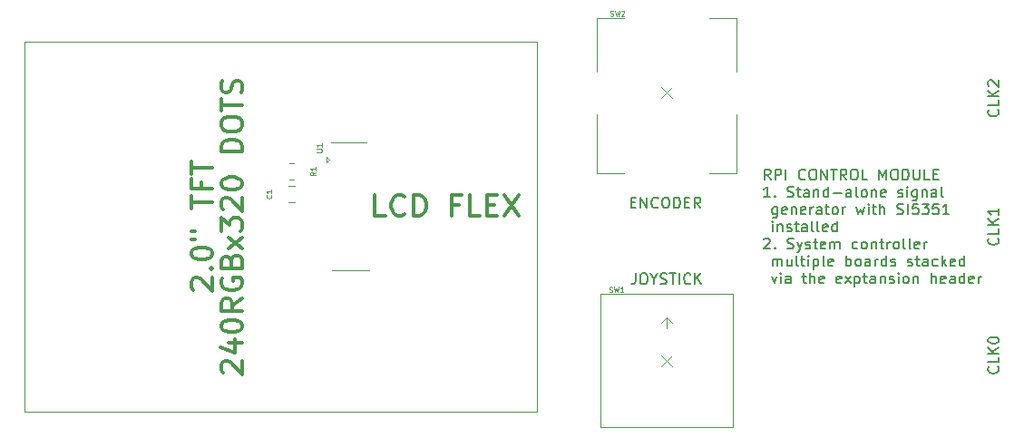
<source format=gbr>
%TF.GenerationSoftware,KiCad,Pcbnew,6.0.2+dfsg-1*%
%TF.CreationDate,2024-02-19T13:24:51+02:00*%
%TF.ProjectId,rpi_pico_si5351,7270695f-7069-4636-9f5f-736935333531,rev?*%
%TF.SameCoordinates,Original*%
%TF.FileFunction,Legend,Top*%
%TF.FilePolarity,Positive*%
%FSLAX46Y46*%
G04 Gerber Fmt 4.6, Leading zero omitted, Abs format (unit mm)*
G04 Created by KiCad (PCBNEW 6.0.2+dfsg-1) date 2024-02-19 13:24:51*
%MOMM*%
%LPD*%
G01*
G04 APERTURE LIST*
%ADD10C,0.150000*%
%ADD11C,0.100000*%
%ADD12C,0.300000*%
%ADD13C,0.120000*%
G04 APERTURE END LIST*
D10*
X124907142Y-51071428D02*
X124954761Y-51119047D01*
X125002380Y-51261904D01*
X125002380Y-51357142D01*
X124954761Y-51500000D01*
X124859523Y-51595238D01*
X124764285Y-51642857D01*
X124573809Y-51690476D01*
X124430952Y-51690476D01*
X124240476Y-51642857D01*
X124145238Y-51595238D01*
X124050000Y-51500000D01*
X124002380Y-51357142D01*
X124002380Y-51261904D01*
X124050000Y-51119047D01*
X124097619Y-51071428D01*
X125002380Y-50166666D02*
X125002380Y-50642857D01*
X124002380Y-50642857D01*
X125002380Y-49833333D02*
X124002380Y-49833333D01*
X125002380Y-49261904D02*
X124430952Y-49690476D01*
X124002380Y-49261904D02*
X124573809Y-49833333D01*
X125002380Y-48309523D02*
X125002380Y-48880952D01*
X125002380Y-48595238D02*
X124002380Y-48595238D01*
X124145238Y-48690476D01*
X124240476Y-48785714D01*
X124288095Y-48880952D01*
X91095238Y-54352380D02*
X91095238Y-55066666D01*
X91047619Y-55209523D01*
X90952380Y-55304761D01*
X90809523Y-55352380D01*
X90714285Y-55352380D01*
X91761904Y-54352380D02*
X91952380Y-54352380D01*
X92047619Y-54400000D01*
X92142857Y-54495238D01*
X92190476Y-54685714D01*
X92190476Y-55019047D01*
X92142857Y-55209523D01*
X92047619Y-55304761D01*
X91952380Y-55352380D01*
X91761904Y-55352380D01*
X91666666Y-55304761D01*
X91571428Y-55209523D01*
X91523809Y-55019047D01*
X91523809Y-54685714D01*
X91571428Y-54495238D01*
X91666666Y-54400000D01*
X91761904Y-54352380D01*
X92809523Y-54876190D02*
X92809523Y-55352380D01*
X92476190Y-54352380D02*
X92809523Y-54876190D01*
X93142857Y-54352380D01*
X93428571Y-55304761D02*
X93571428Y-55352380D01*
X93809523Y-55352380D01*
X93904761Y-55304761D01*
X93952380Y-55257142D01*
X94000000Y-55161904D01*
X94000000Y-55066666D01*
X93952380Y-54971428D01*
X93904761Y-54923809D01*
X93809523Y-54876190D01*
X93619047Y-54828571D01*
X93523809Y-54780952D01*
X93476190Y-54733333D01*
X93428571Y-54638095D01*
X93428571Y-54542857D01*
X93476190Y-54447619D01*
X93523809Y-54400000D01*
X93619047Y-54352380D01*
X93857142Y-54352380D01*
X94000000Y-54400000D01*
X94285714Y-54352380D02*
X94857142Y-54352380D01*
X94571428Y-55352380D02*
X94571428Y-54352380D01*
X95190476Y-55352380D02*
X95190476Y-54352380D01*
X96238095Y-55257142D02*
X96190476Y-55304761D01*
X96047619Y-55352380D01*
X95952380Y-55352380D01*
X95809523Y-55304761D01*
X95714285Y-55209523D01*
X95666666Y-55114285D01*
X95619047Y-54923809D01*
X95619047Y-54780952D01*
X95666666Y-54590476D01*
X95714285Y-54495238D01*
X95809523Y-54400000D01*
X95952380Y-54352380D01*
X96047619Y-54352380D01*
X96190476Y-54400000D01*
X96238095Y-54447619D01*
X96666666Y-55352380D02*
X96666666Y-54352380D01*
X97238095Y-55352380D02*
X96809523Y-54780952D01*
X97238095Y-54352380D02*
X96666666Y-54923809D01*
X90685714Y-47728571D02*
X91019047Y-47728571D01*
X91161904Y-48252380D02*
X90685714Y-48252380D01*
X90685714Y-47252380D01*
X91161904Y-47252380D01*
X91590476Y-48252380D02*
X91590476Y-47252380D01*
X92161904Y-48252380D01*
X92161904Y-47252380D01*
X93209523Y-48157142D02*
X93161904Y-48204761D01*
X93019047Y-48252380D01*
X92923809Y-48252380D01*
X92780952Y-48204761D01*
X92685714Y-48109523D01*
X92638095Y-48014285D01*
X92590476Y-47823809D01*
X92590476Y-47680952D01*
X92638095Y-47490476D01*
X92685714Y-47395238D01*
X92780952Y-47300000D01*
X92923809Y-47252380D01*
X93019047Y-47252380D01*
X93161904Y-47300000D01*
X93209523Y-47347619D01*
X93828571Y-47252380D02*
X94019047Y-47252380D01*
X94114285Y-47300000D01*
X94209523Y-47395238D01*
X94257142Y-47585714D01*
X94257142Y-47919047D01*
X94209523Y-48109523D01*
X94114285Y-48204761D01*
X94019047Y-48252380D01*
X93828571Y-48252380D01*
X93733333Y-48204761D01*
X93638095Y-48109523D01*
X93590476Y-47919047D01*
X93590476Y-47585714D01*
X93638095Y-47395238D01*
X93733333Y-47300000D01*
X93828571Y-47252380D01*
X94685714Y-48252380D02*
X94685714Y-47252380D01*
X94923809Y-47252380D01*
X95066666Y-47300000D01*
X95161904Y-47395238D01*
X95209523Y-47490476D01*
X95257142Y-47680952D01*
X95257142Y-47823809D01*
X95209523Y-48014285D01*
X95161904Y-48109523D01*
X95066666Y-48204761D01*
X94923809Y-48252380D01*
X94685714Y-48252380D01*
X95685714Y-47728571D02*
X96019047Y-47728571D01*
X96161904Y-48252380D02*
X95685714Y-48252380D01*
X95685714Y-47252380D01*
X96161904Y-47252380D01*
X97161904Y-48252380D02*
X96828571Y-47776190D01*
X96590476Y-48252380D02*
X96590476Y-47252380D01*
X96971428Y-47252380D01*
X97066666Y-47300000D01*
X97114285Y-47347619D01*
X97161904Y-47442857D01*
X97161904Y-47585714D01*
X97114285Y-47680952D01*
X97066666Y-47728571D01*
X96971428Y-47776190D01*
X96590476Y-47776190D01*
X103707023Y-45622380D02*
X103373690Y-45146190D01*
X103135595Y-45622380D02*
X103135595Y-44622380D01*
X103516547Y-44622380D01*
X103611785Y-44670000D01*
X103659404Y-44717619D01*
X103707023Y-44812857D01*
X103707023Y-44955714D01*
X103659404Y-45050952D01*
X103611785Y-45098571D01*
X103516547Y-45146190D01*
X103135595Y-45146190D01*
X104135595Y-45622380D02*
X104135595Y-44622380D01*
X104516547Y-44622380D01*
X104611785Y-44670000D01*
X104659404Y-44717619D01*
X104707023Y-44812857D01*
X104707023Y-44955714D01*
X104659404Y-45050952D01*
X104611785Y-45098571D01*
X104516547Y-45146190D01*
X104135595Y-45146190D01*
X105135595Y-45622380D02*
X105135595Y-44622380D01*
X106945119Y-45527142D02*
X106897500Y-45574761D01*
X106754642Y-45622380D01*
X106659404Y-45622380D01*
X106516547Y-45574761D01*
X106421309Y-45479523D01*
X106373690Y-45384285D01*
X106326071Y-45193809D01*
X106326071Y-45050952D01*
X106373690Y-44860476D01*
X106421309Y-44765238D01*
X106516547Y-44670000D01*
X106659404Y-44622380D01*
X106754642Y-44622380D01*
X106897500Y-44670000D01*
X106945119Y-44717619D01*
X107564166Y-44622380D02*
X107754642Y-44622380D01*
X107849880Y-44670000D01*
X107945119Y-44765238D01*
X107992738Y-44955714D01*
X107992738Y-45289047D01*
X107945119Y-45479523D01*
X107849880Y-45574761D01*
X107754642Y-45622380D01*
X107564166Y-45622380D01*
X107468928Y-45574761D01*
X107373690Y-45479523D01*
X107326071Y-45289047D01*
X107326071Y-44955714D01*
X107373690Y-44765238D01*
X107468928Y-44670000D01*
X107564166Y-44622380D01*
X108421309Y-45622380D02*
X108421309Y-44622380D01*
X108992738Y-45622380D01*
X108992738Y-44622380D01*
X109326071Y-44622380D02*
X109897500Y-44622380D01*
X109611785Y-45622380D02*
X109611785Y-44622380D01*
X110802261Y-45622380D02*
X110468928Y-45146190D01*
X110230833Y-45622380D02*
X110230833Y-44622380D01*
X110611785Y-44622380D01*
X110707023Y-44670000D01*
X110754642Y-44717619D01*
X110802261Y-44812857D01*
X110802261Y-44955714D01*
X110754642Y-45050952D01*
X110707023Y-45098571D01*
X110611785Y-45146190D01*
X110230833Y-45146190D01*
X111421309Y-44622380D02*
X111611785Y-44622380D01*
X111707023Y-44670000D01*
X111802261Y-44765238D01*
X111849880Y-44955714D01*
X111849880Y-45289047D01*
X111802261Y-45479523D01*
X111707023Y-45574761D01*
X111611785Y-45622380D01*
X111421309Y-45622380D01*
X111326071Y-45574761D01*
X111230833Y-45479523D01*
X111183214Y-45289047D01*
X111183214Y-44955714D01*
X111230833Y-44765238D01*
X111326071Y-44670000D01*
X111421309Y-44622380D01*
X112754642Y-45622380D02*
X112278452Y-45622380D01*
X112278452Y-44622380D01*
X113849880Y-45622380D02*
X113849880Y-44622380D01*
X114183214Y-45336666D01*
X114516547Y-44622380D01*
X114516547Y-45622380D01*
X115183214Y-44622380D02*
X115373690Y-44622380D01*
X115468928Y-44670000D01*
X115564166Y-44765238D01*
X115611785Y-44955714D01*
X115611785Y-45289047D01*
X115564166Y-45479523D01*
X115468928Y-45574761D01*
X115373690Y-45622380D01*
X115183214Y-45622380D01*
X115087976Y-45574761D01*
X114992738Y-45479523D01*
X114945119Y-45289047D01*
X114945119Y-44955714D01*
X114992738Y-44765238D01*
X115087976Y-44670000D01*
X115183214Y-44622380D01*
X116040357Y-45622380D02*
X116040357Y-44622380D01*
X116278452Y-44622380D01*
X116421309Y-44670000D01*
X116516547Y-44765238D01*
X116564166Y-44860476D01*
X116611785Y-45050952D01*
X116611785Y-45193809D01*
X116564166Y-45384285D01*
X116516547Y-45479523D01*
X116421309Y-45574761D01*
X116278452Y-45622380D01*
X116040357Y-45622380D01*
X117040357Y-44622380D02*
X117040357Y-45431904D01*
X117087976Y-45527142D01*
X117135595Y-45574761D01*
X117230833Y-45622380D01*
X117421309Y-45622380D01*
X117516547Y-45574761D01*
X117564166Y-45527142D01*
X117611785Y-45431904D01*
X117611785Y-44622380D01*
X118564166Y-45622380D02*
X118087976Y-45622380D01*
X118087976Y-44622380D01*
X118897500Y-45098571D02*
X119230833Y-45098571D01*
X119373690Y-45622380D02*
X118897500Y-45622380D01*
X118897500Y-44622380D01*
X119373690Y-44622380D01*
X103659404Y-47232380D02*
X103087976Y-47232380D01*
X103373690Y-47232380D02*
X103373690Y-46232380D01*
X103278452Y-46375238D01*
X103183214Y-46470476D01*
X103087976Y-46518095D01*
X104087976Y-47137142D02*
X104135595Y-47184761D01*
X104087976Y-47232380D01*
X104040357Y-47184761D01*
X104087976Y-47137142D01*
X104087976Y-47232380D01*
X105278452Y-47184761D02*
X105421309Y-47232380D01*
X105659404Y-47232380D01*
X105754642Y-47184761D01*
X105802261Y-47137142D01*
X105849880Y-47041904D01*
X105849880Y-46946666D01*
X105802261Y-46851428D01*
X105754642Y-46803809D01*
X105659404Y-46756190D01*
X105468928Y-46708571D01*
X105373690Y-46660952D01*
X105326071Y-46613333D01*
X105278452Y-46518095D01*
X105278452Y-46422857D01*
X105326071Y-46327619D01*
X105373690Y-46280000D01*
X105468928Y-46232380D01*
X105707023Y-46232380D01*
X105849880Y-46280000D01*
X106135595Y-46565714D02*
X106516547Y-46565714D01*
X106278452Y-46232380D02*
X106278452Y-47089523D01*
X106326071Y-47184761D01*
X106421309Y-47232380D01*
X106516547Y-47232380D01*
X107278452Y-47232380D02*
X107278452Y-46708571D01*
X107230833Y-46613333D01*
X107135595Y-46565714D01*
X106945119Y-46565714D01*
X106849880Y-46613333D01*
X107278452Y-47184761D02*
X107183214Y-47232380D01*
X106945119Y-47232380D01*
X106849880Y-47184761D01*
X106802261Y-47089523D01*
X106802261Y-46994285D01*
X106849880Y-46899047D01*
X106945119Y-46851428D01*
X107183214Y-46851428D01*
X107278452Y-46803809D01*
X107754642Y-46565714D02*
X107754642Y-47232380D01*
X107754642Y-46660952D02*
X107802261Y-46613333D01*
X107897500Y-46565714D01*
X108040357Y-46565714D01*
X108135595Y-46613333D01*
X108183214Y-46708571D01*
X108183214Y-47232380D01*
X109087976Y-47232380D02*
X109087976Y-46232380D01*
X109087976Y-47184761D02*
X108992738Y-47232380D01*
X108802261Y-47232380D01*
X108707023Y-47184761D01*
X108659404Y-47137142D01*
X108611785Y-47041904D01*
X108611785Y-46756190D01*
X108659404Y-46660952D01*
X108707023Y-46613333D01*
X108802261Y-46565714D01*
X108992738Y-46565714D01*
X109087976Y-46613333D01*
X109564166Y-46851428D02*
X110326071Y-46851428D01*
X111230833Y-47232380D02*
X111230833Y-46708571D01*
X111183214Y-46613333D01*
X111087976Y-46565714D01*
X110897500Y-46565714D01*
X110802261Y-46613333D01*
X111230833Y-47184761D02*
X111135595Y-47232380D01*
X110897500Y-47232380D01*
X110802261Y-47184761D01*
X110754642Y-47089523D01*
X110754642Y-46994285D01*
X110802261Y-46899047D01*
X110897500Y-46851428D01*
X111135595Y-46851428D01*
X111230833Y-46803809D01*
X111849880Y-47232380D02*
X111754642Y-47184761D01*
X111707023Y-47089523D01*
X111707023Y-46232380D01*
X112373690Y-47232380D02*
X112278452Y-47184761D01*
X112230833Y-47137142D01*
X112183214Y-47041904D01*
X112183214Y-46756190D01*
X112230833Y-46660952D01*
X112278452Y-46613333D01*
X112373690Y-46565714D01*
X112516547Y-46565714D01*
X112611785Y-46613333D01*
X112659404Y-46660952D01*
X112707023Y-46756190D01*
X112707023Y-47041904D01*
X112659404Y-47137142D01*
X112611785Y-47184761D01*
X112516547Y-47232380D01*
X112373690Y-47232380D01*
X113135595Y-46565714D02*
X113135595Y-47232380D01*
X113135595Y-46660952D02*
X113183214Y-46613333D01*
X113278452Y-46565714D01*
X113421309Y-46565714D01*
X113516547Y-46613333D01*
X113564166Y-46708571D01*
X113564166Y-47232380D01*
X114421309Y-47184761D02*
X114326071Y-47232380D01*
X114135595Y-47232380D01*
X114040357Y-47184761D01*
X113992738Y-47089523D01*
X113992738Y-46708571D01*
X114040357Y-46613333D01*
X114135595Y-46565714D01*
X114326071Y-46565714D01*
X114421309Y-46613333D01*
X114468928Y-46708571D01*
X114468928Y-46803809D01*
X113992738Y-46899047D01*
X115611785Y-47184761D02*
X115707023Y-47232380D01*
X115897500Y-47232380D01*
X115992738Y-47184761D01*
X116040357Y-47089523D01*
X116040357Y-47041904D01*
X115992738Y-46946666D01*
X115897500Y-46899047D01*
X115754642Y-46899047D01*
X115659404Y-46851428D01*
X115611785Y-46756190D01*
X115611785Y-46708571D01*
X115659404Y-46613333D01*
X115754642Y-46565714D01*
X115897500Y-46565714D01*
X115992738Y-46613333D01*
X116468928Y-47232380D02*
X116468928Y-46565714D01*
X116468928Y-46232380D02*
X116421309Y-46280000D01*
X116468928Y-46327619D01*
X116516547Y-46280000D01*
X116468928Y-46232380D01*
X116468928Y-46327619D01*
X117373690Y-46565714D02*
X117373690Y-47375238D01*
X117326071Y-47470476D01*
X117278452Y-47518095D01*
X117183214Y-47565714D01*
X117040357Y-47565714D01*
X116945119Y-47518095D01*
X117373690Y-47184761D02*
X117278452Y-47232380D01*
X117087976Y-47232380D01*
X116992738Y-47184761D01*
X116945119Y-47137142D01*
X116897500Y-47041904D01*
X116897500Y-46756190D01*
X116945119Y-46660952D01*
X116992738Y-46613333D01*
X117087976Y-46565714D01*
X117278452Y-46565714D01*
X117373690Y-46613333D01*
X117849880Y-46565714D02*
X117849880Y-47232380D01*
X117849880Y-46660952D02*
X117897500Y-46613333D01*
X117992738Y-46565714D01*
X118135595Y-46565714D01*
X118230833Y-46613333D01*
X118278452Y-46708571D01*
X118278452Y-47232380D01*
X119183214Y-47232380D02*
X119183214Y-46708571D01*
X119135595Y-46613333D01*
X119040357Y-46565714D01*
X118849880Y-46565714D01*
X118754642Y-46613333D01*
X119183214Y-47184761D02*
X119087976Y-47232380D01*
X118849880Y-47232380D01*
X118754642Y-47184761D01*
X118707023Y-47089523D01*
X118707023Y-46994285D01*
X118754642Y-46899047D01*
X118849880Y-46851428D01*
X119087976Y-46851428D01*
X119183214Y-46803809D01*
X119802261Y-47232380D02*
X119707023Y-47184761D01*
X119659404Y-47089523D01*
X119659404Y-46232380D01*
X104326071Y-48175714D02*
X104326071Y-48985238D01*
X104278452Y-49080476D01*
X104230833Y-49128095D01*
X104135595Y-49175714D01*
X103992738Y-49175714D01*
X103897500Y-49128095D01*
X104326071Y-48794761D02*
X104230833Y-48842380D01*
X104040357Y-48842380D01*
X103945119Y-48794761D01*
X103897500Y-48747142D01*
X103849880Y-48651904D01*
X103849880Y-48366190D01*
X103897500Y-48270952D01*
X103945119Y-48223333D01*
X104040357Y-48175714D01*
X104230833Y-48175714D01*
X104326071Y-48223333D01*
X105183214Y-48794761D02*
X105087976Y-48842380D01*
X104897500Y-48842380D01*
X104802261Y-48794761D01*
X104754642Y-48699523D01*
X104754642Y-48318571D01*
X104802261Y-48223333D01*
X104897500Y-48175714D01*
X105087976Y-48175714D01*
X105183214Y-48223333D01*
X105230833Y-48318571D01*
X105230833Y-48413809D01*
X104754642Y-48509047D01*
X105659404Y-48175714D02*
X105659404Y-48842380D01*
X105659404Y-48270952D02*
X105707023Y-48223333D01*
X105802261Y-48175714D01*
X105945119Y-48175714D01*
X106040357Y-48223333D01*
X106087976Y-48318571D01*
X106087976Y-48842380D01*
X106945119Y-48794761D02*
X106849880Y-48842380D01*
X106659404Y-48842380D01*
X106564166Y-48794761D01*
X106516547Y-48699523D01*
X106516547Y-48318571D01*
X106564166Y-48223333D01*
X106659404Y-48175714D01*
X106849880Y-48175714D01*
X106945119Y-48223333D01*
X106992738Y-48318571D01*
X106992738Y-48413809D01*
X106516547Y-48509047D01*
X107421309Y-48842380D02*
X107421309Y-48175714D01*
X107421309Y-48366190D02*
X107468928Y-48270952D01*
X107516547Y-48223333D01*
X107611785Y-48175714D01*
X107707023Y-48175714D01*
X108468928Y-48842380D02*
X108468928Y-48318571D01*
X108421309Y-48223333D01*
X108326071Y-48175714D01*
X108135595Y-48175714D01*
X108040357Y-48223333D01*
X108468928Y-48794761D02*
X108373690Y-48842380D01*
X108135595Y-48842380D01*
X108040357Y-48794761D01*
X107992738Y-48699523D01*
X107992738Y-48604285D01*
X108040357Y-48509047D01*
X108135595Y-48461428D01*
X108373690Y-48461428D01*
X108468928Y-48413809D01*
X108802261Y-48175714D02*
X109183214Y-48175714D01*
X108945119Y-47842380D02*
X108945119Y-48699523D01*
X108992738Y-48794761D01*
X109087976Y-48842380D01*
X109183214Y-48842380D01*
X109659404Y-48842380D02*
X109564166Y-48794761D01*
X109516547Y-48747142D01*
X109468928Y-48651904D01*
X109468928Y-48366190D01*
X109516547Y-48270952D01*
X109564166Y-48223333D01*
X109659404Y-48175714D01*
X109802261Y-48175714D01*
X109897500Y-48223333D01*
X109945119Y-48270952D01*
X109992738Y-48366190D01*
X109992738Y-48651904D01*
X109945119Y-48747142D01*
X109897500Y-48794761D01*
X109802261Y-48842380D01*
X109659404Y-48842380D01*
X110421309Y-48842380D02*
X110421309Y-48175714D01*
X110421309Y-48366190D02*
X110468928Y-48270952D01*
X110516547Y-48223333D01*
X110611785Y-48175714D01*
X110707023Y-48175714D01*
X111707023Y-48175714D02*
X111897500Y-48842380D01*
X112087976Y-48366190D01*
X112278452Y-48842380D01*
X112468928Y-48175714D01*
X112849880Y-48842380D02*
X112849880Y-48175714D01*
X112849880Y-47842380D02*
X112802261Y-47890000D01*
X112849880Y-47937619D01*
X112897500Y-47890000D01*
X112849880Y-47842380D01*
X112849880Y-47937619D01*
X113183214Y-48175714D02*
X113564166Y-48175714D01*
X113326071Y-47842380D02*
X113326071Y-48699523D01*
X113373690Y-48794761D01*
X113468928Y-48842380D01*
X113564166Y-48842380D01*
X113897500Y-48842380D02*
X113897500Y-47842380D01*
X114326071Y-48842380D02*
X114326071Y-48318571D01*
X114278452Y-48223333D01*
X114183214Y-48175714D01*
X114040357Y-48175714D01*
X113945119Y-48223333D01*
X113897500Y-48270952D01*
X115516547Y-48794761D02*
X115659404Y-48842380D01*
X115897500Y-48842380D01*
X115992738Y-48794761D01*
X116040357Y-48747142D01*
X116087976Y-48651904D01*
X116087976Y-48556666D01*
X116040357Y-48461428D01*
X115992738Y-48413809D01*
X115897500Y-48366190D01*
X115707023Y-48318571D01*
X115611785Y-48270952D01*
X115564166Y-48223333D01*
X115516547Y-48128095D01*
X115516547Y-48032857D01*
X115564166Y-47937619D01*
X115611785Y-47890000D01*
X115707023Y-47842380D01*
X115945119Y-47842380D01*
X116087976Y-47890000D01*
X116516547Y-48842380D02*
X116516547Y-47842380D01*
X117468928Y-47842380D02*
X116992738Y-47842380D01*
X116945119Y-48318571D01*
X116992738Y-48270952D01*
X117087976Y-48223333D01*
X117326071Y-48223333D01*
X117421309Y-48270952D01*
X117468928Y-48318571D01*
X117516547Y-48413809D01*
X117516547Y-48651904D01*
X117468928Y-48747142D01*
X117421309Y-48794761D01*
X117326071Y-48842380D01*
X117087976Y-48842380D01*
X116992738Y-48794761D01*
X116945119Y-48747142D01*
X117849880Y-47842380D02*
X118468928Y-47842380D01*
X118135595Y-48223333D01*
X118278452Y-48223333D01*
X118373690Y-48270952D01*
X118421309Y-48318571D01*
X118468928Y-48413809D01*
X118468928Y-48651904D01*
X118421309Y-48747142D01*
X118373690Y-48794761D01*
X118278452Y-48842380D01*
X117992738Y-48842380D01*
X117897500Y-48794761D01*
X117849880Y-48747142D01*
X119373690Y-47842380D02*
X118897500Y-47842380D01*
X118849880Y-48318571D01*
X118897500Y-48270952D01*
X118992738Y-48223333D01*
X119230833Y-48223333D01*
X119326071Y-48270952D01*
X119373690Y-48318571D01*
X119421309Y-48413809D01*
X119421309Y-48651904D01*
X119373690Y-48747142D01*
X119326071Y-48794761D01*
X119230833Y-48842380D01*
X118992738Y-48842380D01*
X118897500Y-48794761D01*
X118849880Y-48747142D01*
X120373690Y-48842380D02*
X119802261Y-48842380D01*
X120087976Y-48842380D02*
X120087976Y-47842380D01*
X119992738Y-47985238D01*
X119897500Y-48080476D01*
X119802261Y-48128095D01*
X103897500Y-50452380D02*
X103897500Y-49785714D01*
X103897500Y-49452380D02*
X103849880Y-49500000D01*
X103897500Y-49547619D01*
X103945119Y-49500000D01*
X103897500Y-49452380D01*
X103897500Y-49547619D01*
X104373690Y-49785714D02*
X104373690Y-50452380D01*
X104373690Y-49880952D02*
X104421309Y-49833333D01*
X104516547Y-49785714D01*
X104659404Y-49785714D01*
X104754642Y-49833333D01*
X104802261Y-49928571D01*
X104802261Y-50452380D01*
X105230833Y-50404761D02*
X105326071Y-50452380D01*
X105516547Y-50452380D01*
X105611785Y-50404761D01*
X105659404Y-50309523D01*
X105659404Y-50261904D01*
X105611785Y-50166666D01*
X105516547Y-50119047D01*
X105373690Y-50119047D01*
X105278452Y-50071428D01*
X105230833Y-49976190D01*
X105230833Y-49928571D01*
X105278452Y-49833333D01*
X105373690Y-49785714D01*
X105516547Y-49785714D01*
X105611785Y-49833333D01*
X105945119Y-49785714D02*
X106326071Y-49785714D01*
X106087976Y-49452380D02*
X106087976Y-50309523D01*
X106135595Y-50404761D01*
X106230833Y-50452380D01*
X106326071Y-50452380D01*
X107087976Y-50452380D02*
X107087976Y-49928571D01*
X107040357Y-49833333D01*
X106945119Y-49785714D01*
X106754642Y-49785714D01*
X106659404Y-49833333D01*
X107087976Y-50404761D02*
X106992738Y-50452380D01*
X106754642Y-50452380D01*
X106659404Y-50404761D01*
X106611785Y-50309523D01*
X106611785Y-50214285D01*
X106659404Y-50119047D01*
X106754642Y-50071428D01*
X106992738Y-50071428D01*
X107087976Y-50023809D01*
X107707023Y-50452380D02*
X107611785Y-50404761D01*
X107564166Y-50309523D01*
X107564166Y-49452380D01*
X108230833Y-50452380D02*
X108135595Y-50404761D01*
X108087976Y-50309523D01*
X108087976Y-49452380D01*
X108992738Y-50404761D02*
X108897500Y-50452380D01*
X108707023Y-50452380D01*
X108611785Y-50404761D01*
X108564166Y-50309523D01*
X108564166Y-49928571D01*
X108611785Y-49833333D01*
X108707023Y-49785714D01*
X108897500Y-49785714D01*
X108992738Y-49833333D01*
X109040357Y-49928571D01*
X109040357Y-50023809D01*
X108564166Y-50119047D01*
X109897500Y-50452380D02*
X109897500Y-49452380D01*
X109897500Y-50404761D02*
X109802261Y-50452380D01*
X109611785Y-50452380D01*
X109516547Y-50404761D01*
X109468928Y-50357142D01*
X109421309Y-50261904D01*
X109421309Y-49976190D01*
X109468928Y-49880952D01*
X109516547Y-49833333D01*
X109611785Y-49785714D01*
X109802261Y-49785714D01*
X109897500Y-49833333D01*
X103087976Y-51157619D02*
X103135595Y-51110000D01*
X103230833Y-51062380D01*
X103468928Y-51062380D01*
X103564166Y-51110000D01*
X103611785Y-51157619D01*
X103659404Y-51252857D01*
X103659404Y-51348095D01*
X103611785Y-51490952D01*
X103040357Y-52062380D01*
X103659404Y-52062380D01*
X104087976Y-51967142D02*
X104135595Y-52014761D01*
X104087976Y-52062380D01*
X104040357Y-52014761D01*
X104087976Y-51967142D01*
X104087976Y-52062380D01*
X105278452Y-52014761D02*
X105421309Y-52062380D01*
X105659404Y-52062380D01*
X105754642Y-52014761D01*
X105802261Y-51967142D01*
X105849880Y-51871904D01*
X105849880Y-51776666D01*
X105802261Y-51681428D01*
X105754642Y-51633809D01*
X105659404Y-51586190D01*
X105468928Y-51538571D01*
X105373690Y-51490952D01*
X105326071Y-51443333D01*
X105278452Y-51348095D01*
X105278452Y-51252857D01*
X105326071Y-51157619D01*
X105373690Y-51110000D01*
X105468928Y-51062380D01*
X105707023Y-51062380D01*
X105849880Y-51110000D01*
X106183214Y-51395714D02*
X106421309Y-52062380D01*
X106659404Y-51395714D02*
X106421309Y-52062380D01*
X106326071Y-52300476D01*
X106278452Y-52348095D01*
X106183214Y-52395714D01*
X106992738Y-52014761D02*
X107087976Y-52062380D01*
X107278452Y-52062380D01*
X107373690Y-52014761D01*
X107421309Y-51919523D01*
X107421309Y-51871904D01*
X107373690Y-51776666D01*
X107278452Y-51729047D01*
X107135595Y-51729047D01*
X107040357Y-51681428D01*
X106992738Y-51586190D01*
X106992738Y-51538571D01*
X107040357Y-51443333D01*
X107135595Y-51395714D01*
X107278452Y-51395714D01*
X107373690Y-51443333D01*
X107707023Y-51395714D02*
X108087976Y-51395714D01*
X107849880Y-51062380D02*
X107849880Y-51919523D01*
X107897500Y-52014761D01*
X107992738Y-52062380D01*
X108087976Y-52062380D01*
X108802261Y-52014761D02*
X108707023Y-52062380D01*
X108516547Y-52062380D01*
X108421309Y-52014761D01*
X108373690Y-51919523D01*
X108373690Y-51538571D01*
X108421309Y-51443333D01*
X108516547Y-51395714D01*
X108707023Y-51395714D01*
X108802261Y-51443333D01*
X108849880Y-51538571D01*
X108849880Y-51633809D01*
X108373690Y-51729047D01*
X109278452Y-52062380D02*
X109278452Y-51395714D01*
X109278452Y-51490952D02*
X109326071Y-51443333D01*
X109421309Y-51395714D01*
X109564166Y-51395714D01*
X109659404Y-51443333D01*
X109707023Y-51538571D01*
X109707023Y-52062380D01*
X109707023Y-51538571D02*
X109754642Y-51443333D01*
X109849880Y-51395714D01*
X109992738Y-51395714D01*
X110087976Y-51443333D01*
X110135595Y-51538571D01*
X110135595Y-52062380D01*
X111802261Y-52014761D02*
X111707023Y-52062380D01*
X111516547Y-52062380D01*
X111421309Y-52014761D01*
X111373690Y-51967142D01*
X111326071Y-51871904D01*
X111326071Y-51586190D01*
X111373690Y-51490952D01*
X111421309Y-51443333D01*
X111516547Y-51395714D01*
X111707023Y-51395714D01*
X111802261Y-51443333D01*
X112373690Y-52062380D02*
X112278452Y-52014761D01*
X112230833Y-51967142D01*
X112183214Y-51871904D01*
X112183214Y-51586190D01*
X112230833Y-51490952D01*
X112278452Y-51443333D01*
X112373690Y-51395714D01*
X112516547Y-51395714D01*
X112611785Y-51443333D01*
X112659404Y-51490952D01*
X112707023Y-51586190D01*
X112707023Y-51871904D01*
X112659404Y-51967142D01*
X112611785Y-52014761D01*
X112516547Y-52062380D01*
X112373690Y-52062380D01*
X113135595Y-51395714D02*
X113135595Y-52062380D01*
X113135595Y-51490952D02*
X113183214Y-51443333D01*
X113278452Y-51395714D01*
X113421309Y-51395714D01*
X113516547Y-51443333D01*
X113564166Y-51538571D01*
X113564166Y-52062380D01*
X113897500Y-51395714D02*
X114278452Y-51395714D01*
X114040357Y-51062380D02*
X114040357Y-51919523D01*
X114087976Y-52014761D01*
X114183214Y-52062380D01*
X114278452Y-52062380D01*
X114611785Y-52062380D02*
X114611785Y-51395714D01*
X114611785Y-51586190D02*
X114659404Y-51490952D01*
X114707023Y-51443333D01*
X114802261Y-51395714D01*
X114897500Y-51395714D01*
X115373690Y-52062380D02*
X115278452Y-52014761D01*
X115230833Y-51967142D01*
X115183214Y-51871904D01*
X115183214Y-51586190D01*
X115230833Y-51490952D01*
X115278452Y-51443333D01*
X115373690Y-51395714D01*
X115516547Y-51395714D01*
X115611785Y-51443333D01*
X115659404Y-51490952D01*
X115707023Y-51586190D01*
X115707023Y-51871904D01*
X115659404Y-51967142D01*
X115611785Y-52014761D01*
X115516547Y-52062380D01*
X115373690Y-52062380D01*
X116278452Y-52062380D02*
X116183214Y-52014761D01*
X116135595Y-51919523D01*
X116135595Y-51062380D01*
X116802261Y-52062380D02*
X116707023Y-52014761D01*
X116659404Y-51919523D01*
X116659404Y-51062380D01*
X117564166Y-52014761D02*
X117468928Y-52062380D01*
X117278452Y-52062380D01*
X117183214Y-52014761D01*
X117135595Y-51919523D01*
X117135595Y-51538571D01*
X117183214Y-51443333D01*
X117278452Y-51395714D01*
X117468928Y-51395714D01*
X117564166Y-51443333D01*
X117611785Y-51538571D01*
X117611785Y-51633809D01*
X117135595Y-51729047D01*
X118040357Y-52062380D02*
X118040357Y-51395714D01*
X118040357Y-51586190D02*
X118087976Y-51490952D01*
X118135595Y-51443333D01*
X118230833Y-51395714D01*
X118326071Y-51395714D01*
X103897500Y-53672380D02*
X103897500Y-53005714D01*
X103897500Y-53100952D02*
X103945119Y-53053333D01*
X104040357Y-53005714D01*
X104183214Y-53005714D01*
X104278452Y-53053333D01*
X104326071Y-53148571D01*
X104326071Y-53672380D01*
X104326071Y-53148571D02*
X104373690Y-53053333D01*
X104468928Y-53005714D01*
X104611785Y-53005714D01*
X104707023Y-53053333D01*
X104754642Y-53148571D01*
X104754642Y-53672380D01*
X105659404Y-53005714D02*
X105659404Y-53672380D01*
X105230833Y-53005714D02*
X105230833Y-53529523D01*
X105278452Y-53624761D01*
X105373690Y-53672380D01*
X105516547Y-53672380D01*
X105611785Y-53624761D01*
X105659404Y-53577142D01*
X106278452Y-53672380D02*
X106183214Y-53624761D01*
X106135595Y-53529523D01*
X106135595Y-52672380D01*
X106516547Y-53005714D02*
X106897500Y-53005714D01*
X106659404Y-52672380D02*
X106659404Y-53529523D01*
X106707023Y-53624761D01*
X106802261Y-53672380D01*
X106897500Y-53672380D01*
X107230833Y-53672380D02*
X107230833Y-53005714D01*
X107230833Y-52672380D02*
X107183214Y-52720000D01*
X107230833Y-52767619D01*
X107278452Y-52720000D01*
X107230833Y-52672380D01*
X107230833Y-52767619D01*
X107707023Y-53005714D02*
X107707023Y-54005714D01*
X107707023Y-53053333D02*
X107802261Y-53005714D01*
X107992738Y-53005714D01*
X108087976Y-53053333D01*
X108135595Y-53100952D01*
X108183214Y-53196190D01*
X108183214Y-53481904D01*
X108135595Y-53577142D01*
X108087976Y-53624761D01*
X107992738Y-53672380D01*
X107802261Y-53672380D01*
X107707023Y-53624761D01*
X108754642Y-53672380D02*
X108659404Y-53624761D01*
X108611785Y-53529523D01*
X108611785Y-52672380D01*
X109516547Y-53624761D02*
X109421309Y-53672380D01*
X109230833Y-53672380D01*
X109135595Y-53624761D01*
X109087976Y-53529523D01*
X109087976Y-53148571D01*
X109135595Y-53053333D01*
X109230833Y-53005714D01*
X109421309Y-53005714D01*
X109516547Y-53053333D01*
X109564166Y-53148571D01*
X109564166Y-53243809D01*
X109087976Y-53339047D01*
X110754642Y-53672380D02*
X110754642Y-52672380D01*
X110754642Y-53053333D02*
X110849880Y-53005714D01*
X111040357Y-53005714D01*
X111135595Y-53053333D01*
X111183214Y-53100952D01*
X111230833Y-53196190D01*
X111230833Y-53481904D01*
X111183214Y-53577142D01*
X111135595Y-53624761D01*
X111040357Y-53672380D01*
X110849880Y-53672380D01*
X110754642Y-53624761D01*
X111802261Y-53672380D02*
X111707023Y-53624761D01*
X111659404Y-53577142D01*
X111611785Y-53481904D01*
X111611785Y-53196190D01*
X111659404Y-53100952D01*
X111707023Y-53053333D01*
X111802261Y-53005714D01*
X111945119Y-53005714D01*
X112040357Y-53053333D01*
X112087976Y-53100952D01*
X112135595Y-53196190D01*
X112135595Y-53481904D01*
X112087976Y-53577142D01*
X112040357Y-53624761D01*
X111945119Y-53672380D01*
X111802261Y-53672380D01*
X112992738Y-53672380D02*
X112992738Y-53148571D01*
X112945119Y-53053333D01*
X112849880Y-53005714D01*
X112659404Y-53005714D01*
X112564166Y-53053333D01*
X112992738Y-53624761D02*
X112897500Y-53672380D01*
X112659404Y-53672380D01*
X112564166Y-53624761D01*
X112516547Y-53529523D01*
X112516547Y-53434285D01*
X112564166Y-53339047D01*
X112659404Y-53291428D01*
X112897500Y-53291428D01*
X112992738Y-53243809D01*
X113468928Y-53672380D02*
X113468928Y-53005714D01*
X113468928Y-53196190D02*
X113516547Y-53100952D01*
X113564166Y-53053333D01*
X113659404Y-53005714D01*
X113754642Y-53005714D01*
X114516547Y-53672380D02*
X114516547Y-52672380D01*
X114516547Y-53624761D02*
X114421309Y-53672380D01*
X114230833Y-53672380D01*
X114135595Y-53624761D01*
X114087976Y-53577142D01*
X114040357Y-53481904D01*
X114040357Y-53196190D01*
X114087976Y-53100952D01*
X114135595Y-53053333D01*
X114230833Y-53005714D01*
X114421309Y-53005714D01*
X114516547Y-53053333D01*
X114945119Y-53624761D02*
X115040357Y-53672380D01*
X115230833Y-53672380D01*
X115326071Y-53624761D01*
X115373690Y-53529523D01*
X115373690Y-53481904D01*
X115326071Y-53386666D01*
X115230833Y-53339047D01*
X115087976Y-53339047D01*
X114992738Y-53291428D01*
X114945119Y-53196190D01*
X114945119Y-53148571D01*
X114992738Y-53053333D01*
X115087976Y-53005714D01*
X115230833Y-53005714D01*
X115326071Y-53053333D01*
X116516547Y-53624761D02*
X116611785Y-53672380D01*
X116802261Y-53672380D01*
X116897500Y-53624761D01*
X116945119Y-53529523D01*
X116945119Y-53481904D01*
X116897500Y-53386666D01*
X116802261Y-53339047D01*
X116659404Y-53339047D01*
X116564166Y-53291428D01*
X116516547Y-53196190D01*
X116516547Y-53148571D01*
X116564166Y-53053333D01*
X116659404Y-53005714D01*
X116802261Y-53005714D01*
X116897500Y-53053333D01*
X117230833Y-53005714D02*
X117611785Y-53005714D01*
X117373690Y-52672380D02*
X117373690Y-53529523D01*
X117421309Y-53624761D01*
X117516547Y-53672380D01*
X117611785Y-53672380D01*
X118373690Y-53672380D02*
X118373690Y-53148571D01*
X118326071Y-53053333D01*
X118230833Y-53005714D01*
X118040357Y-53005714D01*
X117945119Y-53053333D01*
X118373690Y-53624761D02*
X118278452Y-53672380D01*
X118040357Y-53672380D01*
X117945119Y-53624761D01*
X117897500Y-53529523D01*
X117897500Y-53434285D01*
X117945119Y-53339047D01*
X118040357Y-53291428D01*
X118278452Y-53291428D01*
X118373690Y-53243809D01*
X119278452Y-53624761D02*
X119183214Y-53672380D01*
X118992738Y-53672380D01*
X118897500Y-53624761D01*
X118849880Y-53577142D01*
X118802261Y-53481904D01*
X118802261Y-53196190D01*
X118849880Y-53100952D01*
X118897500Y-53053333D01*
X118992738Y-53005714D01*
X119183214Y-53005714D01*
X119278452Y-53053333D01*
X119707023Y-53672380D02*
X119707023Y-52672380D01*
X119802261Y-53291428D02*
X120087976Y-53672380D01*
X120087976Y-53005714D02*
X119707023Y-53386666D01*
X120897500Y-53624761D02*
X120802261Y-53672380D01*
X120611785Y-53672380D01*
X120516547Y-53624761D01*
X120468928Y-53529523D01*
X120468928Y-53148571D01*
X120516547Y-53053333D01*
X120611785Y-53005714D01*
X120802261Y-53005714D01*
X120897500Y-53053333D01*
X120945119Y-53148571D01*
X120945119Y-53243809D01*
X120468928Y-53339047D01*
X121802261Y-53672380D02*
X121802261Y-52672380D01*
X121802261Y-53624761D02*
X121707023Y-53672380D01*
X121516547Y-53672380D01*
X121421309Y-53624761D01*
X121373690Y-53577142D01*
X121326071Y-53481904D01*
X121326071Y-53196190D01*
X121373690Y-53100952D01*
X121421309Y-53053333D01*
X121516547Y-53005714D01*
X121707023Y-53005714D01*
X121802261Y-53053333D01*
X103802261Y-54615714D02*
X104040357Y-55282380D01*
X104278452Y-54615714D01*
X104659404Y-55282380D02*
X104659404Y-54615714D01*
X104659404Y-54282380D02*
X104611785Y-54330000D01*
X104659404Y-54377619D01*
X104707023Y-54330000D01*
X104659404Y-54282380D01*
X104659404Y-54377619D01*
X105564166Y-55282380D02*
X105564166Y-54758571D01*
X105516547Y-54663333D01*
X105421309Y-54615714D01*
X105230833Y-54615714D01*
X105135595Y-54663333D01*
X105564166Y-55234761D02*
X105468928Y-55282380D01*
X105230833Y-55282380D01*
X105135595Y-55234761D01*
X105087976Y-55139523D01*
X105087976Y-55044285D01*
X105135595Y-54949047D01*
X105230833Y-54901428D01*
X105468928Y-54901428D01*
X105564166Y-54853809D01*
X106659404Y-54615714D02*
X107040357Y-54615714D01*
X106802261Y-54282380D02*
X106802261Y-55139523D01*
X106849880Y-55234761D01*
X106945119Y-55282380D01*
X107040357Y-55282380D01*
X107373690Y-55282380D02*
X107373690Y-54282380D01*
X107802261Y-55282380D02*
X107802261Y-54758571D01*
X107754642Y-54663333D01*
X107659404Y-54615714D01*
X107516547Y-54615714D01*
X107421309Y-54663333D01*
X107373690Y-54710952D01*
X108659404Y-55234761D02*
X108564166Y-55282380D01*
X108373690Y-55282380D01*
X108278452Y-55234761D01*
X108230833Y-55139523D01*
X108230833Y-54758571D01*
X108278452Y-54663333D01*
X108373690Y-54615714D01*
X108564166Y-54615714D01*
X108659404Y-54663333D01*
X108707023Y-54758571D01*
X108707023Y-54853809D01*
X108230833Y-54949047D01*
X110278452Y-55234761D02*
X110183214Y-55282380D01*
X109992738Y-55282380D01*
X109897500Y-55234761D01*
X109849880Y-55139523D01*
X109849880Y-54758571D01*
X109897500Y-54663333D01*
X109992738Y-54615714D01*
X110183214Y-54615714D01*
X110278452Y-54663333D01*
X110326071Y-54758571D01*
X110326071Y-54853809D01*
X109849880Y-54949047D01*
X110659404Y-55282380D02*
X111183214Y-54615714D01*
X110659404Y-54615714D02*
X111183214Y-55282380D01*
X111564166Y-54615714D02*
X111564166Y-55615714D01*
X111564166Y-54663333D02*
X111659404Y-54615714D01*
X111849880Y-54615714D01*
X111945119Y-54663333D01*
X111992738Y-54710952D01*
X112040357Y-54806190D01*
X112040357Y-55091904D01*
X111992738Y-55187142D01*
X111945119Y-55234761D01*
X111849880Y-55282380D01*
X111659404Y-55282380D01*
X111564166Y-55234761D01*
X112326071Y-54615714D02*
X112707023Y-54615714D01*
X112468928Y-54282380D02*
X112468928Y-55139523D01*
X112516547Y-55234761D01*
X112611785Y-55282380D01*
X112707023Y-55282380D01*
X113468928Y-55282380D02*
X113468928Y-54758571D01*
X113421309Y-54663333D01*
X113326071Y-54615714D01*
X113135595Y-54615714D01*
X113040357Y-54663333D01*
X113468928Y-55234761D02*
X113373690Y-55282380D01*
X113135595Y-55282380D01*
X113040357Y-55234761D01*
X112992738Y-55139523D01*
X112992738Y-55044285D01*
X113040357Y-54949047D01*
X113135595Y-54901428D01*
X113373690Y-54901428D01*
X113468928Y-54853809D01*
X113945119Y-54615714D02*
X113945119Y-55282380D01*
X113945119Y-54710952D02*
X113992738Y-54663333D01*
X114087976Y-54615714D01*
X114230833Y-54615714D01*
X114326071Y-54663333D01*
X114373690Y-54758571D01*
X114373690Y-55282380D01*
X114802261Y-55234761D02*
X114897500Y-55282380D01*
X115087976Y-55282380D01*
X115183214Y-55234761D01*
X115230833Y-55139523D01*
X115230833Y-55091904D01*
X115183214Y-54996666D01*
X115087976Y-54949047D01*
X114945119Y-54949047D01*
X114849880Y-54901428D01*
X114802261Y-54806190D01*
X114802261Y-54758571D01*
X114849880Y-54663333D01*
X114945119Y-54615714D01*
X115087976Y-54615714D01*
X115183214Y-54663333D01*
X115659404Y-55282380D02*
X115659404Y-54615714D01*
X115659404Y-54282380D02*
X115611785Y-54330000D01*
X115659404Y-54377619D01*
X115707023Y-54330000D01*
X115659404Y-54282380D01*
X115659404Y-54377619D01*
X116278452Y-55282380D02*
X116183214Y-55234761D01*
X116135595Y-55187142D01*
X116087976Y-55091904D01*
X116087976Y-54806190D01*
X116135595Y-54710952D01*
X116183214Y-54663333D01*
X116278452Y-54615714D01*
X116421309Y-54615714D01*
X116516547Y-54663333D01*
X116564166Y-54710952D01*
X116611785Y-54806190D01*
X116611785Y-55091904D01*
X116564166Y-55187142D01*
X116516547Y-55234761D01*
X116421309Y-55282380D01*
X116278452Y-55282380D01*
X117040357Y-54615714D02*
X117040357Y-55282380D01*
X117040357Y-54710952D02*
X117087976Y-54663333D01*
X117183214Y-54615714D01*
X117326071Y-54615714D01*
X117421309Y-54663333D01*
X117468928Y-54758571D01*
X117468928Y-55282380D01*
X118707023Y-55282380D02*
X118707023Y-54282380D01*
X119135595Y-55282380D02*
X119135595Y-54758571D01*
X119087976Y-54663333D01*
X118992738Y-54615714D01*
X118849880Y-54615714D01*
X118754642Y-54663333D01*
X118707023Y-54710952D01*
X119992738Y-55234761D02*
X119897500Y-55282380D01*
X119707023Y-55282380D01*
X119611785Y-55234761D01*
X119564166Y-55139523D01*
X119564166Y-54758571D01*
X119611785Y-54663333D01*
X119707023Y-54615714D01*
X119897500Y-54615714D01*
X119992738Y-54663333D01*
X120040357Y-54758571D01*
X120040357Y-54853809D01*
X119564166Y-54949047D01*
X120897500Y-55282380D02*
X120897500Y-54758571D01*
X120849880Y-54663333D01*
X120754642Y-54615714D01*
X120564166Y-54615714D01*
X120468928Y-54663333D01*
X120897500Y-55234761D02*
X120802261Y-55282380D01*
X120564166Y-55282380D01*
X120468928Y-55234761D01*
X120421309Y-55139523D01*
X120421309Y-55044285D01*
X120468928Y-54949047D01*
X120564166Y-54901428D01*
X120802261Y-54901428D01*
X120897500Y-54853809D01*
X121802261Y-55282380D02*
X121802261Y-54282380D01*
X121802261Y-55234761D02*
X121707023Y-55282380D01*
X121516547Y-55282380D01*
X121421309Y-55234761D01*
X121373690Y-55187142D01*
X121326071Y-55091904D01*
X121326071Y-54806190D01*
X121373690Y-54710952D01*
X121421309Y-54663333D01*
X121516547Y-54615714D01*
X121707023Y-54615714D01*
X121802261Y-54663333D01*
X122659404Y-55234761D02*
X122564166Y-55282380D01*
X122373690Y-55282380D01*
X122278452Y-55234761D01*
X122230833Y-55139523D01*
X122230833Y-54758571D01*
X122278452Y-54663333D01*
X122373690Y-54615714D01*
X122564166Y-54615714D01*
X122659404Y-54663333D01*
X122707023Y-54758571D01*
X122707023Y-54853809D01*
X122230833Y-54949047D01*
X123135595Y-55282380D02*
X123135595Y-54615714D01*
X123135595Y-54806190D02*
X123183214Y-54710952D01*
X123230833Y-54663333D01*
X123326071Y-54615714D01*
X123421309Y-54615714D01*
X124907142Y-39071428D02*
X124954761Y-39119047D01*
X125002380Y-39261904D01*
X125002380Y-39357142D01*
X124954761Y-39500000D01*
X124859523Y-39595238D01*
X124764285Y-39642857D01*
X124573809Y-39690476D01*
X124430952Y-39690476D01*
X124240476Y-39642857D01*
X124145238Y-39595238D01*
X124050000Y-39500000D01*
X124002380Y-39357142D01*
X124002380Y-39261904D01*
X124050000Y-39119047D01*
X124097619Y-39071428D01*
X125002380Y-38166666D02*
X125002380Y-38642857D01*
X124002380Y-38642857D01*
X125002380Y-37833333D02*
X124002380Y-37833333D01*
X125002380Y-37261904D02*
X124430952Y-37690476D01*
X124002380Y-37261904D02*
X124573809Y-37833333D01*
X124097619Y-36880952D02*
X124050000Y-36833333D01*
X124002380Y-36738095D01*
X124002380Y-36500000D01*
X124050000Y-36404761D01*
X124097619Y-36357142D01*
X124192857Y-36309523D01*
X124288095Y-36309523D01*
X124430952Y-36357142D01*
X125002380Y-36928571D01*
X125002380Y-36309523D01*
X124907142Y-63071428D02*
X124954761Y-63119047D01*
X125002380Y-63261904D01*
X125002380Y-63357142D01*
X124954761Y-63500000D01*
X124859523Y-63595238D01*
X124764285Y-63642857D01*
X124573809Y-63690476D01*
X124430952Y-63690476D01*
X124240476Y-63642857D01*
X124145238Y-63595238D01*
X124050000Y-63500000D01*
X124002380Y-63357142D01*
X124002380Y-63261904D01*
X124050000Y-63119047D01*
X124097619Y-63071428D01*
X125002380Y-62166666D02*
X125002380Y-62642857D01*
X124002380Y-62642857D01*
X125002380Y-61833333D02*
X124002380Y-61833333D01*
X125002380Y-61261904D02*
X124430952Y-61690476D01*
X124002380Y-61261904D02*
X124573809Y-61833333D01*
X124002380Y-60642857D02*
X124002380Y-60547619D01*
X124050000Y-60452380D01*
X124097619Y-60404761D01*
X124192857Y-60357142D01*
X124383333Y-60309523D01*
X124621428Y-60309523D01*
X124811904Y-60357142D01*
X124907142Y-60404761D01*
X124954761Y-60452380D01*
X125002380Y-60547619D01*
X125002380Y-60642857D01*
X124954761Y-60738095D01*
X124907142Y-60785714D01*
X124811904Y-60833333D01*
X124621428Y-60880952D01*
X124383333Y-60880952D01*
X124192857Y-60833333D01*
X124097619Y-60785714D01*
X124050000Y-60738095D01*
X124002380Y-60642857D01*
D11*
%TO.C,U1*%
X61301190Y-43030952D02*
X61705952Y-43030952D01*
X61753571Y-43007142D01*
X61777380Y-42983333D01*
X61801190Y-42935714D01*
X61801190Y-42840476D01*
X61777380Y-42792857D01*
X61753571Y-42769047D01*
X61705952Y-42745238D01*
X61301190Y-42745238D01*
X61801190Y-42245238D02*
X61801190Y-42530952D01*
X61801190Y-42388095D02*
X61301190Y-42388095D01*
X61372619Y-42435714D01*
X61420238Y-42483333D01*
X61444047Y-42530952D01*
D12*
X52595238Y-63666666D02*
X52500000Y-63571428D01*
X52404761Y-63380952D01*
X52404761Y-62904761D01*
X52500000Y-62714285D01*
X52595238Y-62619047D01*
X52785714Y-62523809D01*
X52976190Y-62523809D01*
X53261904Y-62619047D01*
X54404761Y-63761904D01*
X54404761Y-62523809D01*
X53071428Y-60809523D02*
X54404761Y-60809523D01*
X52309523Y-61285714D02*
X53738095Y-61761904D01*
X53738095Y-60523809D01*
X52404761Y-59380952D02*
X52404761Y-59190476D01*
X52500000Y-59000000D01*
X52595238Y-58904761D01*
X52785714Y-58809523D01*
X53166666Y-58714285D01*
X53642857Y-58714285D01*
X54023809Y-58809523D01*
X54214285Y-58904761D01*
X54309523Y-59000000D01*
X54404761Y-59190476D01*
X54404761Y-59380952D01*
X54309523Y-59571428D01*
X54214285Y-59666666D01*
X54023809Y-59761904D01*
X53642857Y-59857142D01*
X53166666Y-59857142D01*
X52785714Y-59761904D01*
X52595238Y-59666666D01*
X52500000Y-59571428D01*
X52404761Y-59380952D01*
X54404761Y-56714285D02*
X53452380Y-57380952D01*
X54404761Y-57857142D02*
X52404761Y-57857142D01*
X52404761Y-57095238D01*
X52500000Y-56904761D01*
X52595238Y-56809523D01*
X52785714Y-56714285D01*
X53071428Y-56714285D01*
X53261904Y-56809523D01*
X53357142Y-56904761D01*
X53452380Y-57095238D01*
X53452380Y-57857142D01*
X52500000Y-54809523D02*
X52404761Y-55000000D01*
X52404761Y-55285714D01*
X52500000Y-55571428D01*
X52690476Y-55761904D01*
X52880952Y-55857142D01*
X53261904Y-55952380D01*
X53547619Y-55952380D01*
X53928571Y-55857142D01*
X54119047Y-55761904D01*
X54309523Y-55571428D01*
X54404761Y-55285714D01*
X54404761Y-55095238D01*
X54309523Y-54809523D01*
X54214285Y-54714285D01*
X53547619Y-54714285D01*
X53547619Y-55095238D01*
X53357142Y-53190476D02*
X53452380Y-52904761D01*
X53547619Y-52809523D01*
X53738095Y-52714285D01*
X54023809Y-52714285D01*
X54214285Y-52809523D01*
X54309523Y-52904761D01*
X54404761Y-53095238D01*
X54404761Y-53857142D01*
X52404761Y-53857142D01*
X52404761Y-53190476D01*
X52500000Y-53000000D01*
X52595238Y-52904761D01*
X52785714Y-52809523D01*
X52976190Y-52809523D01*
X53166666Y-52904761D01*
X53261904Y-53000000D01*
X53357142Y-53190476D01*
X53357142Y-53857142D01*
X54404761Y-52047619D02*
X53071428Y-51000000D01*
X53071428Y-52047619D02*
X54404761Y-51000000D01*
X52404761Y-50428571D02*
X52404761Y-49190476D01*
X53166666Y-49857142D01*
X53166666Y-49571428D01*
X53261904Y-49380952D01*
X53357142Y-49285714D01*
X53547619Y-49190476D01*
X54023809Y-49190476D01*
X54214285Y-49285714D01*
X54309523Y-49380952D01*
X54404761Y-49571428D01*
X54404761Y-50142857D01*
X54309523Y-50333333D01*
X54214285Y-50428571D01*
X52595238Y-48428571D02*
X52500000Y-48333333D01*
X52404761Y-48142857D01*
X52404761Y-47666666D01*
X52500000Y-47476190D01*
X52595238Y-47380952D01*
X52785714Y-47285714D01*
X52976190Y-47285714D01*
X53261904Y-47380952D01*
X54404761Y-48523809D01*
X54404761Y-47285714D01*
X52404761Y-46047619D02*
X52404761Y-45857142D01*
X52500000Y-45666666D01*
X52595238Y-45571428D01*
X52785714Y-45476190D01*
X53166666Y-45380952D01*
X53642857Y-45380952D01*
X54023809Y-45476190D01*
X54214285Y-45571428D01*
X54309523Y-45666666D01*
X54404761Y-45857142D01*
X54404761Y-46047619D01*
X54309523Y-46238095D01*
X54214285Y-46333333D01*
X54023809Y-46428571D01*
X53642857Y-46523809D01*
X53166666Y-46523809D01*
X52785714Y-46428571D01*
X52595238Y-46333333D01*
X52500000Y-46238095D01*
X52404761Y-46047619D01*
X54404761Y-43000000D02*
X52404761Y-43000000D01*
X52404761Y-42523809D01*
X52500000Y-42238095D01*
X52690476Y-42047619D01*
X52880952Y-41952380D01*
X53261904Y-41857142D01*
X53547619Y-41857142D01*
X53928571Y-41952380D01*
X54119047Y-42047619D01*
X54309523Y-42238095D01*
X54404761Y-42523809D01*
X54404761Y-43000000D01*
X52404761Y-40619047D02*
X52404761Y-40238095D01*
X52500000Y-40047619D01*
X52690476Y-39857142D01*
X53071428Y-39761904D01*
X53738095Y-39761904D01*
X54119047Y-39857142D01*
X54309523Y-40047619D01*
X54404761Y-40238095D01*
X54404761Y-40619047D01*
X54309523Y-40809523D01*
X54119047Y-41000000D01*
X53738095Y-41095238D01*
X53071428Y-41095238D01*
X52690476Y-41000000D01*
X52500000Y-40809523D01*
X52404761Y-40619047D01*
X52404761Y-39190476D02*
X52404761Y-38047619D01*
X54404761Y-38619047D02*
X52404761Y-38619047D01*
X54309523Y-37476190D02*
X54404761Y-37190476D01*
X54404761Y-36714285D01*
X54309523Y-36523809D01*
X54214285Y-36428571D01*
X54023809Y-36333333D01*
X53833333Y-36333333D01*
X53642857Y-36428571D01*
X53547619Y-36523809D01*
X53452380Y-36714285D01*
X53357142Y-37095238D01*
X53261904Y-37285714D01*
X53166666Y-37380952D01*
X52976190Y-37476190D01*
X52785714Y-37476190D01*
X52595238Y-37380952D01*
X52500000Y-37285714D01*
X52404761Y-37095238D01*
X52404761Y-36619047D01*
X52500000Y-36333333D01*
X67733333Y-49004761D02*
X66780952Y-49004761D01*
X66780952Y-47004761D01*
X69542857Y-48814285D02*
X69447619Y-48909523D01*
X69161904Y-49004761D01*
X68971428Y-49004761D01*
X68685714Y-48909523D01*
X68495238Y-48719047D01*
X68400000Y-48528571D01*
X68304761Y-48147619D01*
X68304761Y-47861904D01*
X68400000Y-47480952D01*
X68495238Y-47290476D01*
X68685714Y-47100000D01*
X68971428Y-47004761D01*
X69161904Y-47004761D01*
X69447619Y-47100000D01*
X69542857Y-47195238D01*
X70400000Y-49004761D02*
X70400000Y-47004761D01*
X70876190Y-47004761D01*
X71161904Y-47100000D01*
X71352380Y-47290476D01*
X71447619Y-47480952D01*
X71542857Y-47861904D01*
X71542857Y-48147619D01*
X71447619Y-48528571D01*
X71352380Y-48719047D01*
X71161904Y-48909523D01*
X70876190Y-49004761D01*
X70400000Y-49004761D01*
X74590476Y-47957142D02*
X73923809Y-47957142D01*
X73923809Y-49004761D02*
X73923809Y-47004761D01*
X74876190Y-47004761D01*
X76590476Y-49004761D02*
X75638095Y-49004761D01*
X75638095Y-47004761D01*
X77257142Y-47957142D02*
X77923809Y-47957142D01*
X78209523Y-49004761D02*
X77257142Y-49004761D01*
X77257142Y-47004761D01*
X78209523Y-47004761D01*
X78876190Y-47004761D02*
X80209523Y-49004761D01*
X80209523Y-47004761D02*
X78876190Y-49004761D01*
X49795238Y-55904761D02*
X49700000Y-55809523D01*
X49604761Y-55619047D01*
X49604761Y-55142857D01*
X49700000Y-54952380D01*
X49795238Y-54857142D01*
X49985714Y-54761904D01*
X50176190Y-54761904D01*
X50461904Y-54857142D01*
X51604761Y-56000000D01*
X51604761Y-54761904D01*
X51414285Y-53904761D02*
X51509523Y-53809523D01*
X51604761Y-53904761D01*
X51509523Y-54000000D01*
X51414285Y-53904761D01*
X51604761Y-53904761D01*
X49604761Y-52571428D02*
X49604761Y-52380952D01*
X49700000Y-52190476D01*
X49795238Y-52095238D01*
X49985714Y-52000000D01*
X50366666Y-51904761D01*
X50842857Y-51904761D01*
X51223809Y-52000000D01*
X51414285Y-52095238D01*
X51509523Y-52190476D01*
X51604761Y-52380952D01*
X51604761Y-52571428D01*
X51509523Y-52761904D01*
X51414285Y-52857142D01*
X51223809Y-52952380D01*
X50842857Y-53047619D01*
X50366666Y-53047619D01*
X49985714Y-52952380D01*
X49795238Y-52857142D01*
X49700000Y-52761904D01*
X49604761Y-52571428D01*
X49604761Y-51142857D02*
X49985714Y-51142857D01*
X49604761Y-50380952D02*
X49985714Y-50380952D01*
X49604761Y-48285714D02*
X49604761Y-47142857D01*
X51604761Y-47714285D02*
X49604761Y-47714285D01*
X50557142Y-45809523D02*
X50557142Y-46476190D01*
X51604761Y-46476190D02*
X49604761Y-46476190D01*
X49604761Y-45523809D01*
X49604761Y-45047619D02*
X49604761Y-43904761D01*
X51604761Y-44476190D02*
X49604761Y-44476190D01*
D11*
%TO.C,C1*%
X57078571Y-47033333D02*
X57102380Y-47057142D01*
X57126190Y-47128571D01*
X57126190Y-47176190D01*
X57102380Y-47247619D01*
X57054761Y-47295238D01*
X57007142Y-47319047D01*
X56911904Y-47342857D01*
X56840476Y-47342857D01*
X56745238Y-47319047D01*
X56697619Y-47295238D01*
X56650000Y-47247619D01*
X56626190Y-47176190D01*
X56626190Y-47128571D01*
X56650000Y-47057142D01*
X56673809Y-47033333D01*
X57126190Y-46557142D02*
X57126190Y-46842857D01*
X57126190Y-46700000D02*
X56626190Y-46700000D01*
X56697619Y-46747619D01*
X56745238Y-46795238D01*
X56769047Y-46842857D01*
%TO.C,SW2*%
X88733333Y-30302380D02*
X88804761Y-30326190D01*
X88923809Y-30326190D01*
X88971428Y-30302380D01*
X88995238Y-30278571D01*
X89019047Y-30230952D01*
X89019047Y-30183333D01*
X88995238Y-30135714D01*
X88971428Y-30111904D01*
X88923809Y-30088095D01*
X88828571Y-30064285D01*
X88780952Y-30040476D01*
X88757142Y-30016666D01*
X88733333Y-29969047D01*
X88733333Y-29921428D01*
X88757142Y-29873809D01*
X88780952Y-29850000D01*
X88828571Y-29826190D01*
X88947619Y-29826190D01*
X89019047Y-29850000D01*
X89185714Y-29826190D02*
X89304761Y-30326190D01*
X89400000Y-29969047D01*
X89495238Y-30326190D01*
X89614285Y-29826190D01*
X89780952Y-29873809D02*
X89804761Y-29850000D01*
X89852380Y-29826190D01*
X89971428Y-29826190D01*
X90019047Y-29850000D01*
X90042857Y-29873809D01*
X90066666Y-29921428D01*
X90066666Y-29969047D01*
X90042857Y-30040476D01*
X89757142Y-30326190D01*
X90066666Y-30326190D01*
%TO.C,R1*%
X61251190Y-44908333D02*
X61013095Y-45075000D01*
X61251190Y-45194047D02*
X60751190Y-45194047D01*
X60751190Y-45003571D01*
X60775000Y-44955952D01*
X60798809Y-44932142D01*
X60846428Y-44908333D01*
X60917857Y-44908333D01*
X60965476Y-44932142D01*
X60989285Y-44955952D01*
X61013095Y-45003571D01*
X61013095Y-45194047D01*
X61251190Y-44432142D02*
X61251190Y-44717857D01*
X61251190Y-44575000D02*
X60751190Y-44575000D01*
X60822619Y-44622619D01*
X60870238Y-44670238D01*
X60894047Y-44717857D01*
%TO.C,SW1*%
X88633333Y-56102380D02*
X88704761Y-56126190D01*
X88823809Y-56126190D01*
X88871428Y-56102380D01*
X88895238Y-56078571D01*
X88919047Y-56030952D01*
X88919047Y-55983333D01*
X88895238Y-55935714D01*
X88871428Y-55911904D01*
X88823809Y-55888095D01*
X88728571Y-55864285D01*
X88680952Y-55840476D01*
X88657142Y-55816666D01*
X88633333Y-55769047D01*
X88633333Y-55721428D01*
X88657142Y-55673809D01*
X88680952Y-55650000D01*
X88728571Y-55626190D01*
X88847619Y-55626190D01*
X88919047Y-55650000D01*
X89085714Y-55626190D02*
X89204761Y-56126190D01*
X89300000Y-55769047D01*
X89395238Y-56126190D01*
X89514285Y-55626190D01*
X89966666Y-56126190D02*
X89680952Y-56126190D01*
X89823809Y-56126190D02*
X89823809Y-55626190D01*
X89776190Y-55697619D01*
X89728571Y-55745238D01*
X89680952Y-55769047D01*
%TO.C,U1*%
X34100000Y-32700000D02*
X81900000Y-32700000D01*
X81900000Y-32700000D02*
X81900000Y-67300000D01*
X81900000Y-67300000D02*
X34100000Y-67300000D01*
X34100000Y-67300000D02*
X34100000Y-32700000D01*
D13*
X62500000Y-43750000D02*
X62250000Y-43500000D01*
X62800000Y-54100000D02*
X66200000Y-54100000D01*
X62250000Y-44000000D02*
X62500000Y-43750000D01*
X62250000Y-43500000D02*
X62250000Y-44000000D01*
X62700000Y-42100000D02*
X66000000Y-42100000D01*
%TO.C,C1*%
X59261252Y-46215000D02*
X58738748Y-46215000D01*
X59261252Y-47685000D02*
X58738748Y-47685000D01*
%TO.C,SW2*%
X93500000Y-38000000D02*
X94500000Y-37000000D01*
X87500000Y-30500000D02*
X90000000Y-30500000D01*
X87500000Y-39500000D02*
X87500000Y-45000000D01*
X100500000Y-45000000D02*
X100500000Y-39500000D01*
X98000000Y-45000000D02*
X100500000Y-45000000D01*
X93500000Y-37000000D02*
X94500000Y-38000000D01*
X100500000Y-35500000D02*
X100500000Y-30500000D01*
X87500000Y-35500000D02*
X87500000Y-30500000D01*
X100500000Y-30500000D02*
X98000000Y-30500000D01*
X87500000Y-45000000D02*
X90000000Y-45000000D01*
%TO.C,R1*%
X58772936Y-44090000D02*
X59227064Y-44090000D01*
X58772936Y-45560000D02*
X59227064Y-45560000D01*
%TO.C,SW1*%
X94000000Y-58500000D02*
X93500000Y-59000000D01*
X93500000Y-63000000D02*
X94500000Y-62000000D01*
X94000000Y-58500000D02*
X94000000Y-59500000D01*
X94000000Y-58500000D02*
X94500000Y-59000000D01*
X93500000Y-62000000D02*
X94500000Y-63000000D01*
D11*
X87800000Y-56300000D02*
X100200000Y-56300000D01*
X100200000Y-56300000D02*
X100200000Y-68700000D01*
X100200000Y-68700000D02*
X87800000Y-68700000D01*
X87800000Y-68700000D02*
X87800000Y-56300000D01*
%TD*%
M02*

</source>
